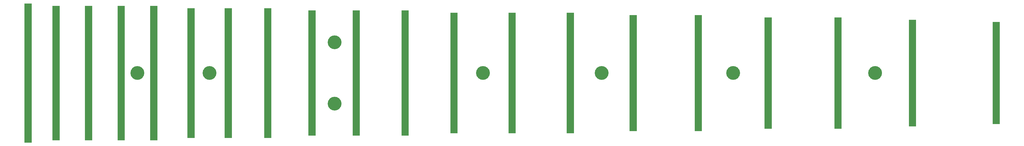
<source format=gbo>
G04 #@! TF.GenerationSoftware,KiCad,Pcbnew,(5.1.9)-1*
G04 #@! TF.CreationDate,2022-10-18T12:28:32+09:00*
G04 #@! TF.ProjectId,touch_sensor_touch,746f7563-685f-4736-956e-736f725f746f,rev?*
G04 #@! TF.SameCoordinates,Original*
G04 #@! TF.FileFunction,Legend,Bot*
G04 #@! TF.FilePolarity,Positive*
%FSLAX46Y46*%
G04 Gerber Fmt 4.6, Leading zero omitted, Abs format (unit mm)*
G04 Created by KiCad (PCBNEW (5.1.9)-1) date 2022-10-18 12:28:32*
%MOMM*%
%LPD*%
G01*
G04 APERTURE LIST*
%ADD10C,3.000000*%
%ADD11C,0.100000*%
G04 APERTURE END LIST*
D10*
X125000000Y-240000000D02*
G75*
G03*
X125000000Y-240000000I-1500000J0D01*
G01*
X156000000Y-240000000D02*
G75*
G03*
X156000000Y-240000000I-1500000J0D01*
G01*
X209750000Y-253250000D02*
G75*
G03*
X209750000Y-253250000I-1500000J0D01*
G01*
X209750000Y-226750000D02*
G75*
G03*
X209750000Y-226750000I-1500000J0D01*
G01*
X273500000Y-240000000D02*
G75*
G03*
X273500000Y-240000000I-1500000J0D01*
G01*
X324500000Y-240000000D02*
G75*
G03*
X324500000Y-240000000I-1500000J0D01*
G01*
X381000000Y-240000000D02*
G75*
G03*
X381000000Y-240000000I-1500000J0D01*
G01*
X442000000Y-240000000D02*
G75*
G03*
X442000000Y-240000000I-1500000J0D01*
G01*
D11*
G36*
X458000000Y-263000000D02*
G01*
X455000000Y-263000000D01*
X455000000Y-217000000D01*
X458000000Y-217000000D01*
X458000000Y-263000000D01*
G37*
X458000000Y-263000000D02*
X455000000Y-263000000D01*
X455000000Y-217000000D01*
X458000000Y-217000000D01*
X458000000Y-263000000D01*
G36*
X426000000Y-264000000D02*
G01*
X423000000Y-264000000D01*
X423000000Y-216000000D01*
X426000000Y-216000000D01*
X426000000Y-264000000D01*
G37*
X426000000Y-264000000D02*
X423000000Y-264000000D01*
X423000000Y-216000000D01*
X426000000Y-216000000D01*
X426000000Y-264000000D01*
G36*
X396000000Y-264000000D02*
G01*
X393000000Y-264000000D01*
X393000000Y-216000000D01*
X396000000Y-216000000D01*
X396000000Y-264000000D01*
G37*
X396000000Y-264000000D02*
X393000000Y-264000000D01*
X393000000Y-216000000D01*
X396000000Y-216000000D01*
X396000000Y-264000000D01*
G36*
X366000000Y-265000000D02*
G01*
X363000000Y-265000000D01*
X363000000Y-215000000D01*
X366000000Y-215000000D01*
X366000000Y-265000000D01*
G37*
X366000000Y-265000000D02*
X363000000Y-265000000D01*
X363000000Y-215000000D01*
X366000000Y-215000000D01*
X366000000Y-265000000D01*
G36*
X338000000Y-265000000D02*
G01*
X335000000Y-265000000D01*
X335000000Y-215000000D01*
X338000000Y-215000000D01*
X338000000Y-265000000D01*
G37*
X338000000Y-265000000D02*
X335000000Y-265000000D01*
X335000000Y-215000000D01*
X338000000Y-215000000D01*
X338000000Y-265000000D01*
G36*
X494000000Y-262000000D02*
G01*
X491000000Y-262000000D01*
X491000000Y-218000000D01*
X494000000Y-218000000D01*
X494000000Y-262000000D01*
G37*
X494000000Y-262000000D02*
X491000000Y-262000000D01*
X491000000Y-218000000D01*
X494000000Y-218000000D01*
X494000000Y-262000000D01*
G36*
X311000000Y-266000000D02*
G01*
X308000000Y-266000000D01*
X308000000Y-214000000D01*
X311000000Y-214000000D01*
X311000000Y-266000000D01*
G37*
X311000000Y-266000000D02*
X308000000Y-266000000D01*
X308000000Y-214000000D01*
X311000000Y-214000000D01*
X311000000Y-266000000D01*
G36*
X286000000Y-266000000D02*
G01*
X283000000Y-266000000D01*
X283000000Y-214000000D01*
X286000000Y-214000000D01*
X286000000Y-266000000D01*
G37*
X286000000Y-266000000D02*
X283000000Y-266000000D01*
X283000000Y-214000000D01*
X286000000Y-214000000D01*
X286000000Y-266000000D01*
G36*
X261000000Y-266000000D02*
G01*
X258000000Y-266000000D01*
X258000000Y-214000000D01*
X261000000Y-214000000D01*
X261000000Y-266000000D01*
G37*
X261000000Y-266000000D02*
X258000000Y-266000000D01*
X258000000Y-214000000D01*
X261000000Y-214000000D01*
X261000000Y-266000000D01*
G36*
X240000000Y-267000000D02*
G01*
X237000000Y-267000000D01*
X237000000Y-213000000D01*
X240000000Y-213000000D01*
X240000000Y-267000000D01*
G37*
X240000000Y-267000000D02*
X237000000Y-267000000D01*
X237000000Y-213000000D01*
X240000000Y-213000000D01*
X240000000Y-267000000D01*
G36*
X219000000Y-267000000D02*
G01*
X216000000Y-267000000D01*
X216000000Y-213000000D01*
X219000000Y-213000000D01*
X219000000Y-267000000D01*
G37*
X219000000Y-267000000D02*
X216000000Y-267000000D01*
X216000000Y-213000000D01*
X219000000Y-213000000D01*
X219000000Y-267000000D01*
G36*
X200000000Y-267000000D02*
G01*
X197000000Y-267000000D01*
X197000000Y-213000000D01*
X200000000Y-213000000D01*
X200000000Y-267000000D01*
G37*
X200000000Y-267000000D02*
X197000000Y-267000000D01*
X197000000Y-213000000D01*
X200000000Y-213000000D01*
X200000000Y-267000000D01*
G36*
X181000000Y-268000000D02*
G01*
X178000000Y-268000000D01*
X178000000Y-212000000D01*
X181000000Y-212000000D01*
X181000000Y-268000000D01*
G37*
X181000000Y-268000000D02*
X178000000Y-268000000D01*
X178000000Y-212000000D01*
X181000000Y-212000000D01*
X181000000Y-268000000D01*
G36*
X164000000Y-268000000D02*
G01*
X161000000Y-268000000D01*
X161000000Y-212000000D01*
X164000000Y-212000000D01*
X164000000Y-268000000D01*
G37*
X164000000Y-268000000D02*
X161000000Y-268000000D01*
X161000000Y-212000000D01*
X164000000Y-212000000D01*
X164000000Y-268000000D01*
G36*
X148000000Y-268000000D02*
G01*
X145000000Y-268000000D01*
X145000000Y-212000000D01*
X148000000Y-212000000D01*
X148000000Y-268000000D01*
G37*
X148000000Y-268000000D02*
X145000000Y-268000000D01*
X145000000Y-212000000D01*
X148000000Y-212000000D01*
X148000000Y-268000000D01*
G36*
X132000000Y-269000000D02*
G01*
X129000000Y-269000000D01*
X129000000Y-211000000D01*
X132000000Y-211000000D01*
X132000000Y-269000000D01*
G37*
X132000000Y-269000000D02*
X129000000Y-269000000D01*
X129000000Y-211000000D01*
X132000000Y-211000000D01*
X132000000Y-269000000D01*
G36*
X118000000Y-269000000D02*
G01*
X115000000Y-269000000D01*
X115000000Y-211000000D01*
X118000000Y-211000000D01*
X118000000Y-269000000D01*
G37*
X118000000Y-269000000D02*
X115000000Y-269000000D01*
X115000000Y-211000000D01*
X118000000Y-211000000D01*
X118000000Y-269000000D01*
G36*
X104000000Y-269000000D02*
G01*
X101000000Y-269000000D01*
X101000000Y-211000000D01*
X104000000Y-211000000D01*
X104000000Y-269000000D01*
G37*
X104000000Y-269000000D02*
X101000000Y-269000000D01*
X101000000Y-211000000D01*
X104000000Y-211000000D01*
X104000000Y-269000000D01*
G36*
X90000000Y-269000000D02*
G01*
X87000000Y-269000000D01*
X87000000Y-211000000D01*
X90000000Y-211000000D01*
X90000000Y-269000000D01*
G37*
X90000000Y-269000000D02*
X87000000Y-269000000D01*
X87000000Y-211000000D01*
X90000000Y-211000000D01*
X90000000Y-269000000D01*
G36*
X78000000Y-270000000D02*
G01*
X75000000Y-270000000D01*
X75000000Y-210000000D01*
X78000000Y-210000000D01*
X78000000Y-270000000D01*
G37*
X78000000Y-270000000D02*
X75000000Y-270000000D01*
X75000000Y-210000000D01*
X78000000Y-210000000D01*
X78000000Y-270000000D01*
%LPC*%
M02*

</source>
